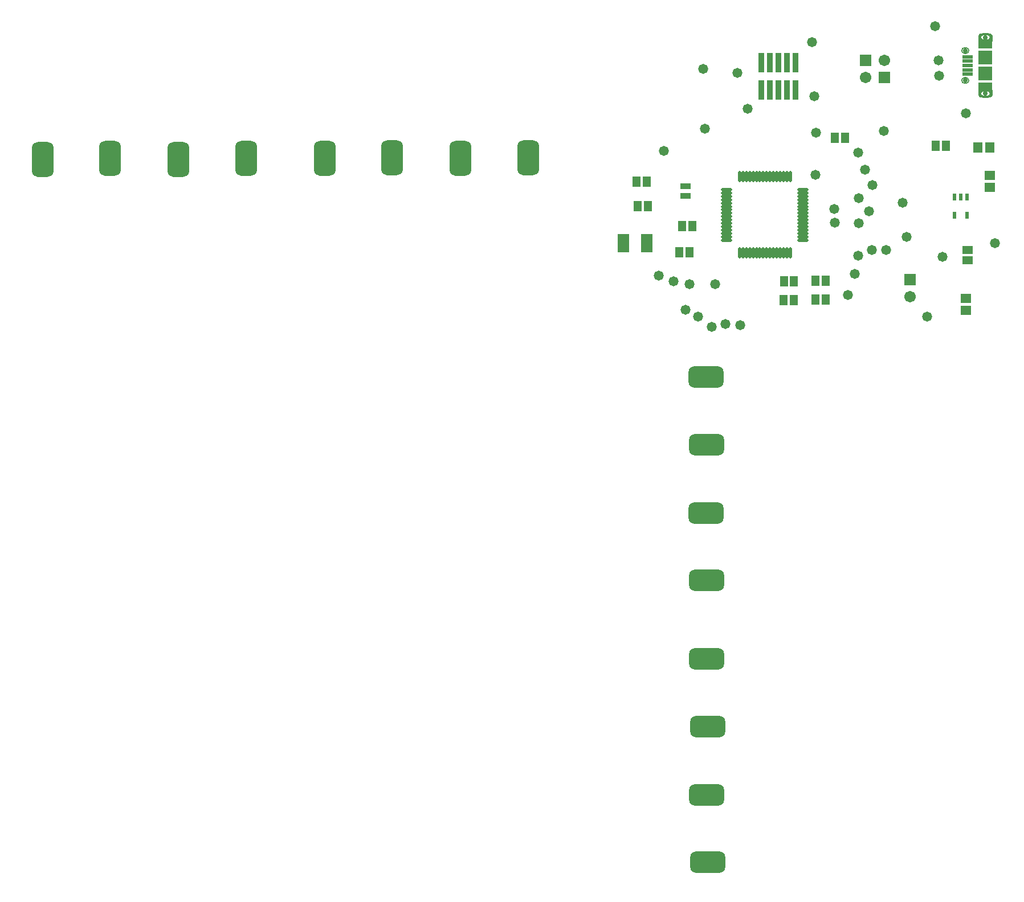
<source format=gts>
G04*
G04 #@! TF.GenerationSoftware,Altium Limited,Altium Designer,20.1.14 (287)*
G04*
G04 Layer_Color=8388736*
%FSLAX44Y44*%
%MOMM*%
G71*
G04*
G04 #@! TF.SameCoordinates,B6D4B11B-705C-47F8-BF2D-E6778052D7CC*
G04*
G04*
G04 #@! TF.FilePolarity,Negative*
G04*
G01*
G75*
%ADD11C,0.2000*%
%ADD18C,0.3000*%
%ADD31R,0.5080X1.0033*%
G04:AMPARAMS|DCode=35|XSize=5.2032mm|YSize=3.2032mm|CornerRadius=0.8516mm|HoleSize=0mm|Usage=FLASHONLY|Rotation=90.000|XOffset=0mm|YOffset=0mm|HoleType=Round|Shape=RoundedRectangle|*
%AMROUNDEDRECTD35*
21,1,5.2032,1.5000,0,0,90.0*
21,1,3.5000,3.2032,0,0,90.0*
1,1,1.7032,0.7500,1.7500*
1,1,1.7032,0.7500,-1.7500*
1,1,1.7032,-0.7500,-1.7500*
1,1,1.7032,-0.7500,1.7500*
%
%ADD35ROUNDEDRECTD35*%
G04:AMPARAMS|DCode=36|XSize=5.2032mm|YSize=3.2032mm|CornerRadius=0.8516mm|HoleSize=0mm|Usage=FLASHONLY|Rotation=0.000|XOffset=0mm|YOffset=0mm|HoleType=Round|Shape=RoundedRectangle|*
%AMROUNDEDRECTD36*
21,1,5.2032,1.5000,0,0,0.0*
21,1,3.5000,3.2032,0,0,0.0*
1,1,1.7032,1.7500,-0.7500*
1,1,1.7032,-1.7500,-0.7500*
1,1,1.7032,-1.7500,0.7500*
1,1,1.7032,1.7500,0.7500*
%
%ADD36ROUNDEDRECTD36*%
%ADD37R,2.1032X1.3782*%
%ADD38R,2.1032X2.0032*%
%ADD39R,1.5532X0.6032*%
G04:AMPARAMS|DCode=40|XSize=1.6932mm|YSize=0.4832mm|CornerRadius=0.1716mm|HoleSize=0mm|Usage=FLASHONLY|Rotation=270.000|XOffset=0mm|YOffset=0mm|HoleType=Round|Shape=RoundedRectangle|*
%AMROUNDEDRECTD40*
21,1,1.6932,0.1400,0,0,270.0*
21,1,1.3500,0.4832,0,0,270.0*
1,1,0.3432,-0.0700,-0.6750*
1,1,0.3432,-0.0700,0.6750*
1,1,0.3432,0.0700,0.6750*
1,1,0.3432,0.0700,-0.6750*
%
%ADD40ROUNDEDRECTD40*%
G04:AMPARAMS|DCode=41|XSize=1.6932mm|YSize=0.4832mm|CornerRadius=0.1716mm|HoleSize=0mm|Usage=FLASHONLY|Rotation=180.000|XOffset=0mm|YOffset=0mm|HoleType=Round|Shape=RoundedRectangle|*
%AMROUNDEDRECTD41*
21,1,1.6932,0.1400,0,0,180.0*
21,1,1.3500,0.4832,0,0,180.0*
1,1,0.3432,-0.6750,0.0700*
1,1,0.3432,0.6750,0.0700*
1,1,0.3432,0.6750,-0.0700*
1,1,0.3432,-0.6750,-0.0700*
%
%ADD41ROUNDEDRECTD41*%
%ADD42R,1.6032X0.9532*%
%ADD43R,0.8382X2.8956*%
%ADD44R,1.6032X1.4032*%
%ADD45R,1.4032X1.6032*%
%ADD46R,1.7032X2.7032*%
%ADD47R,1.3032X1.6032*%
%ADD48R,1.6032X1.3032*%
%ADD49C,0.7032*%
%ADD50R,1.7032X1.7032*%
%ADD51C,1.7032*%
%ADD52C,1.4732*%
D11*
X1720270Y1395380D02*
G03*
X1717770Y1397880I-2500J0D01*
G01*
X1703770D02*
G03*
X1701270Y1395380I0J-2500D01*
G01*
X1717770Y1304380D02*
G03*
X1720270Y1306880I0J2500D01*
G01*
X1701270D02*
G03*
X1703770Y1304380I2500J0D01*
G01*
X1675520Y1373380D02*
G03*
X1679770Y1369130I4250J0D01*
G01*
X1681770D02*
G03*
X1686020Y1373380I0J4250D01*
G01*
D02*
G03*
X1681770Y1377630I-4250J0D01*
G01*
X1679770D02*
G03*
X1675520Y1373380I0J-4250D01*
G01*
Y1328880D02*
G03*
X1679770Y1324630I4250J0D01*
G01*
X1681770D02*
G03*
X1686020Y1328880I0J4250D01*
G01*
D02*
G03*
X1681770Y1333130I-4250J0D01*
G01*
X1679770D02*
G03*
X1675520Y1328880I0J-4250D01*
G01*
X1701270Y1387880D02*
X1720270D01*
Y1395380D01*
X1703770Y1397880D02*
X1717770D01*
X1701270Y1387880D02*
Y1395380D01*
Y1314380D02*
X1720270D01*
Y1306880D02*
Y1314380D01*
X1703770Y1304380D02*
X1717770D01*
X1701270Y1306880D02*
Y1314380D01*
X1679770Y1369130D02*
X1681770D01*
X1679770Y1377630D02*
X1681770D01*
X1679770Y1324630D02*
X1681770D01*
X1679770Y1333130D02*
X1681770D01*
D18*
X1707270Y1397380D02*
G03*
X1702770Y1392880I0J-4500D01*
G01*
X1718770D02*
G03*
X1714270Y1397380I-4500J0D01*
G01*
Y1388380D02*
G03*
X1718770Y1392880I0J4500D01*
G01*
X1702770D02*
G03*
X1707270Y1388380I4500J0D01*
G01*
X1702770Y1309380D02*
G03*
X1707270Y1304880I4500J0D01*
G01*
X1714270D02*
G03*
X1718770Y1309380I0J4500D01*
G01*
D02*
G03*
X1714270Y1313880I-4500J0D01*
G01*
X1707270D02*
G03*
X1702770Y1309380I0J-4500D01*
G01*
X1707270Y1397380D02*
X1714270D01*
X1707270Y1388380D02*
X1714270D01*
X1707270Y1304880D02*
X1714270D01*
X1707270Y1313880D02*
X1714270D01*
D31*
X1683360Y1155256D02*
D03*
X1673860D02*
D03*
X1664360D02*
D03*
Y1128204D02*
D03*
X1683360D02*
D03*
D35*
X309880Y1211580D02*
D03*
X410210Y1212850D02*
D03*
X612140D02*
D03*
X511810Y1211580D02*
D03*
X930910Y1212850D02*
D03*
X1031240Y1214120D02*
D03*
X829310D02*
D03*
X728980Y1212850D02*
D03*
D36*
X1296670Y468630D02*
D03*
X1297940Y368300D02*
D03*
Y166370D02*
D03*
X1296670Y266700D02*
D03*
X1295400Y685800D02*
D03*
X1296670Y585470D02*
D03*
Y787400D02*
D03*
X1295400Y887730D02*
D03*
D37*
X1710770Y1382997D02*
D03*
Y1319263D02*
D03*
D38*
Y1339630D02*
D03*
Y1362630D02*
D03*
D39*
X1684020Y1338130D02*
D03*
Y1344630D02*
D03*
Y1364130D02*
D03*
Y1357630D02*
D03*
Y1351130D02*
D03*
D40*
X1345530Y1185730D02*
D03*
X1350530D02*
D03*
X1355530D02*
D03*
X1360530D02*
D03*
X1365530D02*
D03*
X1370530D02*
D03*
X1375530D02*
D03*
X1380530D02*
D03*
X1385530D02*
D03*
X1390530D02*
D03*
X1395530D02*
D03*
X1400530D02*
D03*
X1405530D02*
D03*
X1410530D02*
D03*
X1415530D02*
D03*
X1420530D02*
D03*
Y1072330D02*
D03*
X1415530D02*
D03*
X1410530D02*
D03*
X1405530D02*
D03*
X1400530D02*
D03*
X1395530D02*
D03*
X1390530D02*
D03*
X1385530D02*
D03*
X1380530D02*
D03*
X1375530D02*
D03*
X1370530D02*
D03*
X1365530D02*
D03*
X1360530D02*
D03*
X1355530D02*
D03*
X1350530D02*
D03*
X1345530D02*
D03*
D41*
X1439730Y1166530D02*
D03*
Y1161530D02*
D03*
Y1156530D02*
D03*
Y1151530D02*
D03*
Y1146530D02*
D03*
Y1141530D02*
D03*
Y1136530D02*
D03*
Y1131530D02*
D03*
Y1126530D02*
D03*
Y1121530D02*
D03*
Y1116530D02*
D03*
Y1111530D02*
D03*
Y1106530D02*
D03*
Y1101530D02*
D03*
Y1096530D02*
D03*
Y1091530D02*
D03*
X1326330D02*
D03*
Y1096530D02*
D03*
Y1101530D02*
D03*
Y1106530D02*
D03*
Y1111530D02*
D03*
Y1116530D02*
D03*
Y1121530D02*
D03*
Y1126530D02*
D03*
Y1131530D02*
D03*
Y1136530D02*
D03*
Y1141530D02*
D03*
Y1146530D02*
D03*
Y1151530D02*
D03*
Y1156530D02*
D03*
Y1161530D02*
D03*
Y1166530D02*
D03*
D42*
X1264920Y1156970D02*
D03*
Y1171570D02*
D03*
D43*
X1377950Y1314450D02*
D03*
Y1355090D02*
D03*
X1390650Y1314450D02*
D03*
Y1355090D02*
D03*
X1403350Y1314450D02*
D03*
Y1355090D02*
D03*
X1416050Y1314450D02*
D03*
Y1355090D02*
D03*
X1428750Y1314450D02*
D03*
Y1355090D02*
D03*
D44*
X1681480Y986680D02*
D03*
Y1004680D02*
D03*
X1717040Y1187670D02*
D03*
Y1169670D02*
D03*
D45*
X1699150Y1229360D02*
D03*
X1717150D02*
D03*
D46*
X1207490Y1087120D02*
D03*
X1172490D02*
D03*
D47*
X1208920Y1141730D02*
D03*
X1193920D02*
D03*
X1207650Y1178560D02*
D03*
X1192650D02*
D03*
X1652150Y1231900D02*
D03*
X1637150D02*
D03*
X1487290Y1243330D02*
D03*
X1502290D02*
D03*
X1458080Y1003300D02*
D03*
X1473080D02*
D03*
X1411210Y1029970D02*
D03*
X1426210D02*
D03*
X1410970Y1002030D02*
D03*
X1425970D02*
D03*
X1259960Y1112520D02*
D03*
X1274960D02*
D03*
X1256150Y1073150D02*
D03*
X1271150D02*
D03*
X1458200Y1031240D02*
D03*
X1473200D02*
D03*
D48*
X1684020Y1076840D02*
D03*
Y1061840D02*
D03*
D49*
X1710770Y1392880D02*
D03*
Y1309380D02*
D03*
X1680770Y1373380D02*
D03*
Y1328880D02*
D03*
D50*
X1560830Y1333500D02*
D03*
X1598930Y1032510D02*
D03*
X1532890Y1358900D02*
D03*
D51*
X1560830D02*
D03*
X1598930Y1007110D02*
D03*
X1532890Y1333500D02*
D03*
D52*
X1563370Y1076960D02*
D03*
X1647190Y1066800D02*
D03*
X1635760Y1409700D02*
D03*
X1456690Y1305560D02*
D03*
X1342390Y1339850D02*
D03*
X1264920Y988060D02*
D03*
X1681480Y1280160D02*
D03*
X1624330Y977900D02*
D03*
X1457960Y1188720D02*
D03*
X1593850Y1096010D02*
D03*
X1559560Y1253490D02*
D03*
X1291590Y1346200D02*
D03*
X1233170Y1224280D02*
D03*
X1294130Y1257300D02*
D03*
X1297940Y166370D02*
D03*
X1296670Y266700D02*
D03*
X1297940Y367030D02*
D03*
X1296670Y469900D02*
D03*
X1506220Y1009650D02*
D03*
X1516380Y1041400D02*
D03*
X1521460Y1068070D02*
D03*
X1541780Y1076960D02*
D03*
X1297940Y584200D02*
D03*
X1295400Y685800D02*
D03*
X1296670Y787400D02*
D03*
X1295400Y887730D02*
D03*
X1346200Y965200D02*
D03*
X1324610Y966470D02*
D03*
X1304290Y962660D02*
D03*
X1283970Y977900D02*
D03*
X830580Y1212850D02*
D03*
X728980D02*
D03*
X612140D02*
D03*
X511810Y1211580D02*
D03*
X1309370Y1026160D02*
D03*
X1271270D02*
D03*
X1247140Y1029970D02*
D03*
X1225550Y1038860D02*
D03*
X1357630Y1286510D02*
D03*
X1452880Y1385570D02*
D03*
X1522095Y1153795D02*
D03*
X1531620Y1196340D02*
D03*
X1543050Y1173480D02*
D03*
X1724660Y1087120D02*
D03*
X1642110Y1336040D02*
D03*
X1640840Y1358900D02*
D03*
X1587500Y1146810D02*
D03*
X1485900Y1137920D02*
D03*
X1537970Y1134110D02*
D03*
X1487170Y1117600D02*
D03*
X1522730Y1116330D02*
D03*
X1459230Y1250950D02*
D03*
X1521460Y1221740D02*
D03*
M02*

</source>
